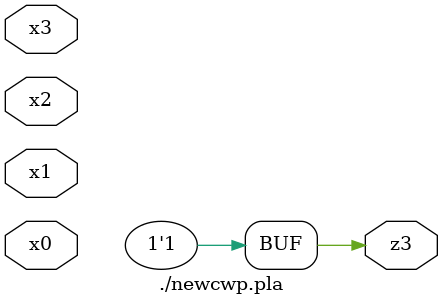
<source format=v>

module \./newcwp.pla  ( 
    x0, x1, x2, x3,
    z3  );
  input  x0, x1, x2, x3;
  output z3;
  assign z3 = 1'b1;
endmodule



</source>
